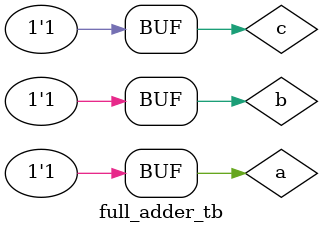
<source format=v>
module full_adder(sum,carry,a,b,c);
output wire sum,carry;
input wire a,b,c;
assign sum=a^b^c;
assign carry=(a&b)|(b&c)|(c&a);
endmodule


module full_adder_tb;
reg a,b,c;
wire sum,carry;

full_adder UUT (.a(a),.b(b),.c(c),.sum(sum),.carry(carry));

initial 
begin
$monitor($time,"a=%b b=%b c=%b sum=%b carry=%b",a,b,c,sum,carry);

a=0;
b=0;
c=0;
#10;

a=0;
b=0;
c=1;
#10;

a=0;
b=1;
c=0;
#10;

a=0;
b=1;
c=1;
#10;

a=1;
b=0;
c=0;
#10;

a=1;
b=0;
c=1;
#10;

a=1;
b=1;
c=0;
#10;

a=1;
b=1;
c=1;
#10;
end 
endmodule 

</source>
